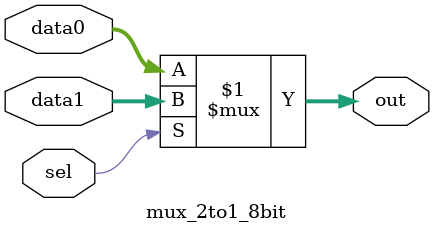
<source format=v>
`default_nettype none

module lif (
    input wire [7:0] current,
    input wire clk,
    input wire rst_n,
    output wire spike,
    output reg [7:0] state
);
    //defines local vars
    reg [7:0] threshold;
    wire [7:0] next_state;

    always @(posedge clk) begin //@ positive clk edge do the following
        //if reset is high, then does the below [Note: ! inverts the bit]
        if (!rst_n) begin 
            state <= 0; //initialize state into a known condition
            threshold <= 127; //defines the threshold
        end else begin
            //go into next_state
            state <= next_state; 
        end
    end

        //next state logic
        assign next_state = current + (spike ? 0: (state >> 1) ); //mux; if spike is 1, then do not add decayed value; else, add decay value
        //the decay rate is 0.5

        //spike logic
        assign spike = (state >= threshold);
    
endmodule


module mux_2to1_8bit (
    input wire sel,          // Select line (1 bit)
    input wire [7:0] data0,  // 8-bit input
    input wire [7:0] data1,  // 8-bit input
    output wire [7:0] out      // 8-bit output
);

assign out = (sel) ? data1 : data0;

endmodule

</source>
